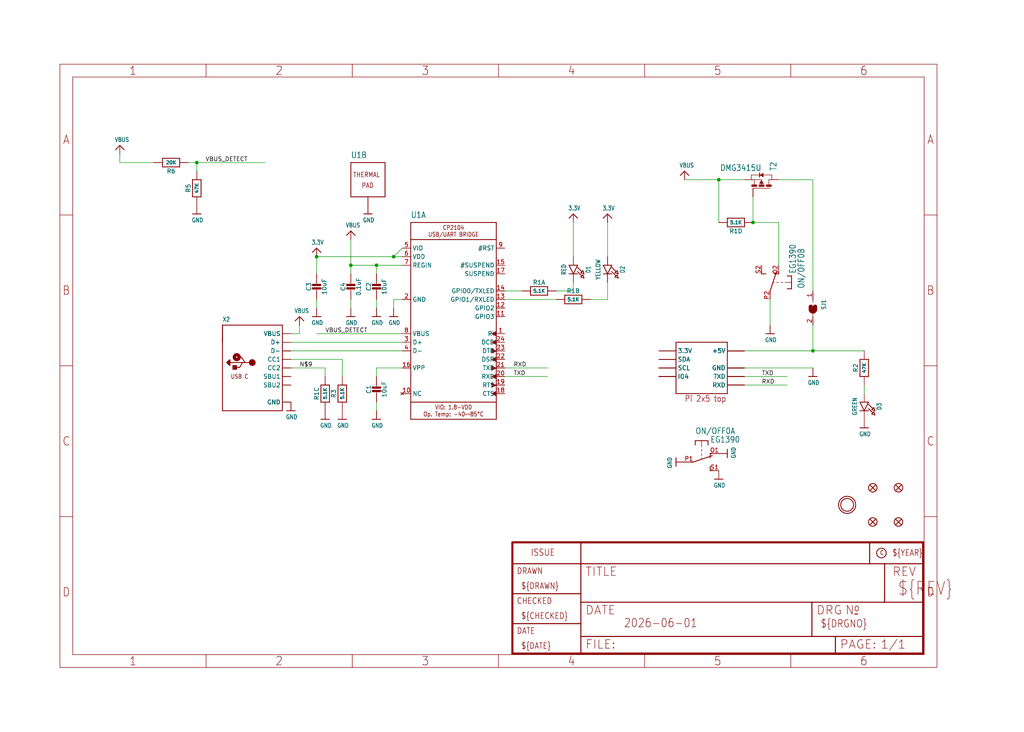
<source format=kicad_sch>
(kicad_sch (version 20230121) (generator eeschema)
  (paper "User" 303.962 217.322)
  (lib_symbols
    (symbol "working-eagle-import:3.3V" (power)
      (property "Value" "3.3V" (at -1.524 1.016 0))
      (symbol "3.3V_1_0"
        (polyline (pts (xy -1.27 -1.27) (xy 0 0)) (stroke (width 0.254)))
        (polyline (pts (xy 0 0) (xy 1.27 -1.27)) (stroke (width 0.254)))
        (pin power_in line (at 0 -2.54 90) (length 2.54) (name "3.3V") (number "1"))
      )
    )
    (symbol "working-eagle-import:CAP_CERAMIC0603_NO"
      (property "Reference" "C" (at -2.29 1.25 90))
      (symbol "CAP_CERAMIC0603_NO_1_0"
        (rectangle (start -1.27 0.508) (end 1.27 1.016) (fill (type outline)))
        (rectangle (start -1.27 1.524) (end 1.27 2.032) (fill (type outline)))
        (polyline (pts (xy 0 0.762) (xy 0 0)) (stroke (width 0.1524)))
        (polyline (pts (xy 0 2.54) (xy 0 1.778)) (stroke (width 0.1524)))
        (pin passive line (at 0 5.08 270) (length 2.54) (name "1") (number "1"))
        (pin passive line (at 0 -2.54 90) (length 2.54) (name "2") (number "2"))
      )
    )
    (symbol "working-eagle-import:CAP_CERAMIC0805-NOOUTLINE"
      (property "Reference" "C" (at -2.29 1.25 90))
      (symbol "CAP_CERAMIC0805-NOOUTLINE_1_0"
        (rectangle (start -1.27 0.508) (end 1.27 1.016) (fill (type outline)))
        (rectangle (start -1.27 1.524) (end 1.27 2.032) (fill (type outline)))
        (polyline (pts (xy 0 0.762) (xy 0 0)) (stroke (width 0.1524)))
        (polyline (pts (xy 0 2.54) (xy 0 1.778)) (stroke (width 0.1524)))
        (pin passive line (at 0 5.08 270) (length 2.54) (name "1") (number "1"))
        (pin passive line (at 0 -2.54 90) (length 2.54) (name "2") (number "2"))
      )
    )
    (symbol "working-eagle-import:CP2104"
      (property "Reference" "U" (at -5.08 6.35 0))
      (symbol "CP2104_1_0"
        (polyline (pts (xy -12.7 -30.48) (xy 12.7 -30.48)) (stroke (width 0.254)))
        (polyline (pts (xy -12.7 -25.4) (xy -12.7 -30.48)) (stroke (width 0.254)))
        (polyline (pts (xy -12.7 -25.4) (xy -12.7 22.86)) (stroke (width 0.254)))
        (polyline (pts (xy -12.7 22.86) (xy -12.7 27.94)) (stroke (width 0.254)))
        (polyline (pts (xy -12.7 22.86) (xy 12.7 22.86)) (stroke (width 0.254)))
        (polyline (pts (xy -12.7 27.94) (xy 12.7 27.94)) (stroke (width 0.254)))
        (polyline (pts (xy 12.7 -30.48) (xy 12.7 -25.4)) (stroke (width 0.254)))
        (polyline (pts (xy 12.7 -25.4) (xy -12.7 -25.4)) (stroke (width 0.254)))
        (polyline (pts (xy 12.7 22.86) (xy 12.7 -25.4)) (stroke (width 0.254)))
        (polyline (pts (xy 12.7 27.94) (xy 12.7 22.86)) (stroke (width 0.254)))
        (polyline (pts (xy 11.43 -19.685) (xy 11.43 -20.955) (xy 12.7 -20.32)) (stroke (width 0.254)) (fill (type outline)))
        (polyline (pts (xy 11.43 -14.605) (xy 11.43 -15.875) (xy 12.7 -15.24)) (stroke (width 0.254)) (fill (type outline)))
        (polyline (pts (xy 11.43 -9.525) (xy 11.43 -10.795) (xy 12.7 -10.16)) (stroke (width 0.254)) (fill (type outline)))
        (polyline (pts (xy 12.7 -22.225) (xy 11.43 -22.86) (xy 12.7 -23.495)) (stroke (width 0.254)) (fill (type outline)))
        (polyline (pts (xy 12.7 -17.145) (xy 11.43 -17.78) (xy 12.7 -18.415)) (stroke (width 0.254)) (fill (type outline)))
        (polyline (pts (xy 12.7 -12.065) (xy 11.43 -12.7) (xy 12.7 -13.335)) (stroke (width 0.254)) (fill (type outline)))
        (polyline (pts (xy 12.7 -6.985) (xy 11.43 -7.62) (xy 12.7 -8.255)) (stroke (width 0.254)) (fill (type outline)))
        (polyline (pts (xy 12.7 -4.445) (xy 11.43 -5.08) (xy 12.7 -5.715)) (stroke (width 0.254)) (fill (type outline)))
        (text "CP2104\nUSB/UART BRIDGE" (at 0 25.4 0) (effects (font (size 1.27 1.0795))))
        (text "VIO: 1.8-VDD\nOp. Temp: -40~~85°C" (at 0 -27.94 0) (effects (font (size 1.27 1.0795))))
        (pin input line (at 15.24 -5.08 180) (length 2.54) (name "RI") (number "1"))
        (pin no_connect line (at -15.24 -22.86 0) (length 2.54) (name "NC") (number "10"))
        (pin bidirectional line (at 15.24 0 180) (length 2.54) (name "GPIO3") (number "11"))
        (pin bidirectional line (at 15.24 2.54 180) (length 2.54) (name "GPIO2") (number "12"))
        (pin bidirectional line (at 15.24 5.08 180) (length 2.54) (name "GPIO1/RXLED") (number "13"))
        (pin bidirectional line (at 15.24 7.62 180) (length 2.54) (name "GPIO0/TXLED") (number "14"))
        (pin output line (at 15.24 15.24 180) (length 2.54) (name "#SUSPEND") (number "15"))
        (pin bidirectional line (at -15.24 -15.24 0) (length 2.54) (name "VPP") (number "16"))
        (pin output line (at 15.24 12.7 180) (length 2.54) (name "SUSPEND") (number "17"))
        (pin input line (at 15.24 -22.86 180) (length 2.54) (name "CTS") (number "18"))
        (pin output line (at 15.24 -20.32 180) (length 2.54) (name "RTS") (number "19"))
        (pin power_in line (at -15.24 5.08 0) (length 2.54) (name "GND") (number "2"))
        (pin input line (at 15.24 -17.78 180) (length 2.54) (name "RXD") (number "20"))
        (pin output line (at 15.24 -15.24 180) (length 2.54) (name "TXD") (number "21"))
        (pin input line (at 15.24 -12.7 180) (length 2.54) (name "DSR") (number "22"))
        (pin output line (at 15.24 -10.16 180) (length 2.54) (name "DTR") (number "23"))
        (pin input line (at 15.24 -7.62 180) (length 2.54) (name "DCD") (number "24"))
        (pin bidirectional line (at -15.24 -7.62 0) (length 2.54) (name "D+") (number "3"))
        (pin bidirectional line (at -15.24 -10.16 0) (length 2.54) (name "D-") (number "4"))
        (pin power_in line (at -15.24 20.32 0) (length 2.54) (name "VIO") (number "5"))
        (pin power_in line (at -15.24 17.78 0) (length 2.54) (name "VDD") (number "6"))
        (pin power_in line (at -15.24 15.24 0) (length 2.54) (name "REGIN") (number "7"))
        (pin power_in line (at -15.24 -5.08 0) (length 2.54) (name "VBUS") (number "8"))
        (pin bidirectional line (at 15.24 20.32 180) (length 2.54) (name "#RST") (number "9"))
      )
      (symbol "CP2104_2_0"
        (polyline (pts (xy -5.08 -5.08) (xy -5.08 5.08)) (stroke (width 0.254)))
        (polyline (pts (xy -5.08 5.08) (xy 5.08 5.08)) (stroke (width 0.254)))
        (polyline (pts (xy 5.08 -5.08) (xy -5.08 -5.08)) (stroke (width 0.254)))
        (polyline (pts (xy 5.08 5.08) (xy 5.08 -5.08)) (stroke (width 0.254)))
        (text "PAD" (at -1.905 -2.54 0) (effects (font (size 1.4224 1.209)) (justify left bottom)))
        (text "THERMAL" (at -4.445 0.635 0) (effects (font (size 1.4224 1.209)) (justify left bottom)))
        (pin power_in line (at 0 -7.62 90) (length 2.54) (name "TP") (number "THERM"))
      )
    )
    (symbol "working-eagle-import:DPDT-EG1390"
      (property "Reference" "SW" (at -8.255 -1.905 90))
      (symbol "DPDT-EG1390_1_0"
        (polyline (pts (xy -6.35 -1.905) (xy -5.08 -1.905)) (stroke (width 0.254)))
        (polyline (pts (xy -6.35 0) (xy -6.35 -1.905)) (stroke (width 0.254)))
        (polyline (pts (xy -6.35 0) (xy -4.445 0)) (stroke (width 0.1524)))
        (polyline (pts (xy -6.35 1.905) (xy -6.35 0)) (stroke (width 0.254)))
        (polyline (pts (xy -6.35 1.905) (xy -5.08 1.905)) (stroke (width 0.254)))
        (polyline (pts (xy -3.175 0) (xy -3.81 0)) (stroke (width 0.1524)))
        (polyline (pts (xy -2.54 2.54) (xy -2.54 3.175)) (stroke (width 0.254)))
        (polyline (pts (xy -2.54 2.54) (xy -1.27 2.54)) (stroke (width 0.254)))
        (polyline (pts (xy -1.905 0) (xy -2.54 0)) (stroke (width 0.1524)))
        (polyline (pts (xy -0.889 0) (xy -1.27 0)) (stroke (width 0.1524)))
        (polyline (pts (xy 0 -3.175) (xy 0 -2.54)) (stroke (width 0.254)))
        (polyline (pts (xy 0 -2.54) (xy -1.905 3.175)) (stroke (width 0.254)))
        (polyline (pts (xy 1.27 2.54) (xy 2.54 2.54)) (stroke (width 0.254)))
        (polyline (pts (xy 2.54 2.54) (xy 2.54 3.175)) (stroke (width 0.254)))
        (pin passive line (at -2.54 5.08 270) (length 2.54) (name "O") (number "O1"))
        (pin passive line (at 0 -5.08 90) (length 2.54) (name "P") (number "P1"))
        (pin passive line (at 2.54 5.08 270) (length 2.54) (name "S") (number "S1"))
      )
      (symbol "DPDT-EG1390_2_0"
        (polyline (pts (xy -6.35 -1.905) (xy -5.08 -1.905)) (stroke (width 0.254)))
        (polyline (pts (xy -6.35 0) (xy -6.35 -1.905)) (stroke (width 0.254)))
        (polyline (pts (xy -6.35 0) (xy -4.445 0)) (stroke (width 0.1524)))
        (polyline (pts (xy -6.35 1.905) (xy -6.35 0)) (stroke (width 0.254)))
        (polyline (pts (xy -6.35 1.905) (xy -5.08 1.905)) (stroke (width 0.254)))
        (polyline (pts (xy -3.175 0) (xy -3.81 0)) (stroke (width 0.1524)))
        (polyline (pts (xy -2.54 2.54) (xy -2.54 3.175)) (stroke (width 0.254)))
        (polyline (pts (xy -2.54 2.54) (xy -1.27 2.54)) (stroke (width 0.254)))
        (polyline (pts (xy -1.905 0) (xy -2.54 0)) (stroke (width 0.1524)))
        (polyline (pts (xy -0.889 0) (xy -1.27 0)) (stroke (width 0.1524)))
        (polyline (pts (xy 0 -3.175) (xy 0 -2.54)) (stroke (width 0.254)))
        (polyline (pts (xy 0 -2.54) (xy -1.905 3.175)) (stroke (width 0.254)))
        (polyline (pts (xy 1.27 2.54) (xy 2.54 2.54)) (stroke (width 0.254)))
        (polyline (pts (xy 2.54 2.54) (xy 2.54 3.175)) (stroke (width 0.254)))
        (pin passive line (at -2.54 5.08 270) (length 2.54) (name "O") (number "O2"))
        (pin passive line (at 0 -5.08 90) (length 2.54) (name "P") (number "P2"))
        (pin passive line (at 2.54 5.08 270) (length 2.54) (name "S") (number "S2"))
      )
    )
    (symbol "working-eagle-import:FIDUCIAL_1MM"
      (symbol "FIDUCIAL_1MM_1_0"
        (polyline (pts (xy -0.762 0.762) (xy 0.762 -0.762)) (stroke (width 0.254)))
        (polyline (pts (xy 0.762 0.762) (xy -0.762 -0.762)) (stroke (width 0.254)))
        (circle (center 0 0) (radius 1.27) (stroke (width 0.254)))
      )
    )
    (symbol "working-eagle-import:FRAME_A4"
      (symbol "FRAME_A4_1_0"
        (polyline (pts (xy 0 44.7675) (xy 3.81 44.7675)))
        (polyline (pts (xy 0 89.535) (xy 3.81 89.535)))
        (polyline (pts (xy 0 134.3025) (xy 3.81 134.3025)))
        (polyline (pts (xy 3.81 3.81) (xy 3.81 175.26)))
        (polyline (pts (xy 43.3917 0) (xy 43.3917 3.81)))
        (polyline (pts (xy 43.3917 175.26) (xy 43.3917 179.07)))
        (polyline (pts (xy 86.7833 0) (xy 86.7833 3.81)))
        (polyline (pts (xy 86.7833 175.26) (xy 86.7833 179.07)))
        (polyline (pts (xy 130.175 0) (xy 130.175 3.81)))
        (polyline (pts (xy 130.175 175.26) (xy 130.175 179.07)))
        (polyline (pts (xy 173.5667 0) (xy 173.5667 3.81)))
        (polyline (pts (xy 173.5667 175.26) (xy 173.5667 179.07)))
        (polyline (pts (xy 216.9583 0) (xy 216.9583 3.81)))
        (polyline (pts (xy 216.9583 175.26) (xy 216.9583 179.07)))
        (polyline (pts (xy 256.54 3.81) (xy 3.81 3.81)))
        (polyline (pts (xy 256.54 3.81) (xy 256.54 8.89)) (stroke (width 0.1016)))
        (polyline (pts (xy 256.54 3.81) (xy 256.54 175.26)))
        (polyline (pts (xy 256.54 8.89) (xy 256.54 13.97)) (stroke (width 0.1016)))
        (polyline (pts (xy 256.54 13.97) (xy 256.54 19.05)) (stroke (width 0.1016)))
        (polyline (pts (xy 256.54 19.05) (xy 256.54 36.83)) (stroke (width 0.1016)))
        (polyline (pts (xy 256.54 44.7675) (xy 260.35 44.7675)))
        (polyline (pts (xy 256.54 89.535) (xy 260.35 89.535)))
        (polyline (pts (xy 256.54 134.3025) (xy 260.35 134.3025)))
        (polyline (pts (xy 256.54 175.26) (xy 3.81 175.26)))
        (polyline (pts (xy 0 0) (xy 260.35 0) (xy 260.35 179.07) (xy 0 179.07) (xy 0 0)))
        (text "1" (at 21.6958 1.905 0) (effects (font (size 2.54 2.286))))
        (text "1" (at 21.6958 177.165 0) (effects (font (size 2.54 2.286))))
        (text "2" (at 65.0875 1.905 0) (effects (font (size 2.54 2.286))))
        (text "2" (at 65.0875 177.165 0) (effects (font (size 2.54 2.286))))
        (text "3" (at 108.4792 1.905 0) (effects (font (size 2.54 2.286))))
        (text "3" (at 108.4792 177.165 0) (effects (font (size 2.54 2.286))))
        (text "4" (at 151.8708 1.905 0) (effects (font (size 2.54 2.286))))
        (text "4" (at 151.8708 177.165 0) (effects (font (size 2.54 2.286))))
        (text "5" (at 195.2625 1.905 0) (effects (font (size 2.54 2.286))))
        (text "5" (at 195.2625 177.165 0) (effects (font (size 2.54 2.286))))
        (text "6" (at 238.6542 1.905 0) (effects (font (size 2.54 2.286))))
        (text "6" (at 238.6542 177.165 0) (effects (font (size 2.54 2.286))))
        (text "A" (at 1.905 156.6863 0) (effects (font (size 2.54 2.286))))
        (text "A" (at 258.445 156.6863 0) (effects (font (size 2.54 2.286))))
        (text "B" (at 1.905 111.9188 0) (effects (font (size 2.54 2.286))))
        (text "B" (at 258.445 111.9188 0) (effects (font (size 2.54 2.286))))
        (text "C" (at 1.905 67.1513 0) (effects (font (size 2.54 2.286))))
        (text "C" (at 258.445 67.1513 0) (effects (font (size 2.54 2.286))))
        (text "D" (at 1.905 22.3838 0) (effects (font (size 2.54 2.286))))
        (text "D" (at 258.445 22.3838 0) (effects (font (size 2.54 2.286))))
      )
      (symbol "FRAME_A4_2_0"
        (polyline (pts (xy -0.3048 1.5748) (xy 20.0152 1.5748)) (stroke (width 0.6096)))
        (polyline (pts (xy -0.3048 10.4648) (xy -0.3048 1.5748)) (stroke (width 0.6096)))
        (polyline (pts (xy -0.3048 10.4648) (xy 20.0152 10.4648)) (stroke (width 0.3048)))
        (polyline (pts (xy -0.3048 19.3548) (xy -0.3048 10.4648)) (stroke (width 0.6096)))
        (polyline (pts (xy -0.3048 19.3548) (xy 20.0152 19.3548)) (stroke (width 0.3048)))
        (polyline (pts (xy -0.3048 28.2448) (xy -0.3048 19.3548)) (stroke (width 0.6096)))
        (polyline (pts (xy -0.3048 28.2448) (xy 20.0152 28.2448)) (stroke (width 0.3048)))
        (polyline (pts (xy -0.3048 34.5948) (xy -0.3048 28.2448)) (stroke (width 0.6096)))
        (polyline (pts (xy 20.0152 1.5748) (xy 20.0152 6.6548)) (stroke (width 0.3048)))
        (polyline (pts (xy 20.0152 1.5748) (xy 95.5802 1.5748)) (stroke (width 0.6096)))
        (polyline (pts (xy 20.0152 6.6548) (xy 20.0152 10.4648)) (stroke (width 0.3048)))
        (polyline (pts (xy 20.0152 6.6548) (xy 88.5952 6.6548)) (stroke (width 0.3048)))
        (polyline (pts (xy 20.0152 10.4648) (xy 20.0152 16.8148)) (stroke (width 0.3048)))
        (polyline (pts (xy 20.0152 16.8148) (xy 20.0152 19.3548)) (stroke (width 0.3048)))
        (polyline (pts (xy 20.0152 19.3548) (xy 20.0152 28.2448)) (stroke (width 0.3048)))
        (polyline (pts (xy 20.0152 28.2448) (xy 20.0152 34.5948)) (stroke (width 0.3048)))
        (polyline (pts (xy 20.0152 28.2448) (xy 105.7402 28.2448)) (stroke (width 0.3048)))
        (polyline (pts (xy 20.0152 34.5948) (xy -0.3048 34.5948)) (stroke (width 0.6096)))
        (polyline (pts (xy 88.5952 6.6548) (xy 95.5802 6.6548)) (stroke (width 0.3048)))
        (polyline (pts (xy 88.5952 16.8148) (xy 20.0152 16.8148)) (stroke (width 0.3048)))
        (polyline (pts (xy 88.5952 16.8148) (xy 88.5952 6.6548)) (stroke (width 0.3048)))
        (polyline (pts (xy 95.5802 1.5748) (xy 121.6152 1.5748)) (stroke (width 0.6096)))
        (polyline (pts (xy 95.5802 6.6548) (xy 95.5802 1.5748)) (stroke (width 0.3048)))
        (polyline (pts (xy 95.5802 6.6548) (xy 121.6152 6.6548)) (stroke (width 0.3048)))
        (polyline (pts (xy 101.2952 13.3223) (xy 102.2477 13.3223)) (stroke (width 0.254)))
        (polyline (pts (xy 105.7402 28.2448) (xy 105.7402 34.5948)) (stroke (width 0.3048)))
        (polyline (pts (xy 105.7402 28.2448) (xy 110.1852 28.2448)) (stroke (width 0.3048)))
        (polyline (pts (xy 105.7402 34.5948) (xy 20.0152 34.5948)) (stroke (width 0.6096)))
        (polyline (pts (xy 110.1852 16.8148) (xy 88.5952 16.8148)) (stroke (width 0.3048)))
        (polyline (pts (xy 110.1852 28.2448) (xy 110.1852 16.8148)) (stroke (width 0.3048)))
        (polyline (pts (xy 110.1852 28.2448) (xy 121.6152 28.2448)) (stroke (width 0.3048)))
        (polyline (pts (xy 121.6152 6.6548) (xy 121.6152 1.5748)) (stroke (width 0.6096)))
        (polyline (pts (xy 121.6152 16.8148) (xy 110.1852 16.8148)) (stroke (width 0.3048)))
        (polyline (pts (xy 121.6152 16.8148) (xy 121.6152 6.6548)) (stroke (width 0.6096)))
        (polyline (pts (xy 121.6152 28.2448) (xy 121.6152 16.8148)) (stroke (width 0.6096)))
        (polyline (pts (xy 121.6152 34.5948) (xy 105.7402 34.5948)) (stroke (width 0.6096)))
        (polyline (pts (xy 121.6152 34.5948) (xy 121.6152 28.2448)) (stroke (width 0.6096)))
        (circle (center 109.2327 31.4198) (radius 1.4199) (stroke (width 0.254)))
        (text "${#}/${##}" (at 108.9152 2.8448 0) (effects (font (size 2.54 2.54)) (justify left bottom)))
        (text "${CHECKED}" (at 2.2352 11.7348 0) (effects (font (size 1.778 1.5113)) (justify left bottom)))
        (text "${COMPANY}" (at 23.349 29.6735 0) (effects (font (size 3.175 2.6987) (thickness 0.5397) bold) (justify left bottom)))
        (text "${CURRENT_DATE}" (at 32.7152 9.1948 0) (effects (font (size 2.54 2.159)) (justify left bottom)))
        (text "${DATE}" (at 2.2352 2.8448 0) (effects (font (size 1.778 1.5113)) (justify left bottom)))
        (text "${DRAWN}" (at 2.2352 20.6248 0) (effects (font (size 1.778 1.5113)) (justify left bottom)))
        (text "${DRGNO}" (at 91.1352 9.1948 0) (effects (font (size 2.1844 1.8567)) (justify left bottom)))
        (text "${PROJECTNAME}" (at 33.0327 2.8448 0) (effects (font (size 2.54 2.159)) (justify left bottom)))
        (text "${REV}" (at 113.9952 18.7198 0) (effects (font (size 3.81 3.2385)) (justify left bottom)))
        (text "${YEAR}" (at 112.4077 30.4673 0) (effects (font (size 1.778 1.5113)) (justify left bottom)))
        (text "C" (at 108.7564 30.7848 0) (effects (font (size 1.27 1.0795)) (justify left bottom)))
        (text "CHECKED" (at 0.9652 16.1798 0) (effects (font (size 1.778 1.5113)) (justify left bottom)))
        (text "DATE" (at 0.9652 7.2898 0) (effects (font (size 1.778 1.5113)) (justify left bottom)))
        (text "DATE" (at 21.2852 13.0048 0) (effects (font (size 2.54 2.54)) (justify left bottom)))
        (text "DRAWN" (at 0.9652 25.0698 0) (effects (font (size 1.778 1.5113)) (justify left bottom)))
        (text "DRG" (at 89.8652 13.0048 0) (effects (font (size 2.54 2.54)) (justify left bottom)))
        (text "FILE:" (at 21.2852 2.8448 0) (effects (font (size 2.54 2.54)) (justify left bottom)))
        (text "ISSUE" (at 5.0927 30.4673 0) (effects (font (size 1.9304 1.6408)) (justify left bottom)))
        (text "N" (at 98.4377 13.0048 0) (effects (font (size 2.54 2.54)) (justify left bottom)))
        (text "o" (at 100.9777 13.9573 0) (effects (font (size 2.1844 1.8567)) (justify left bottom)))
        (text "PAGE:" (at 96.8502 2.8448 0) (effects (font (size 2.54 2.54)) (justify left bottom)))
        (text "REV" (at 112.4077 24.4348 0) (effects (font (size 2.54 2.54)) (justify left bottom)))
        (text "TITLE" (at 21.2852 24.4348 0) (effects (font (size 2.54 2.54)) (justify left bottom)))
      )
    )
    (symbol "working-eagle-import:GND" (power)
      (property "Value" "GND" (at -1.524 -2.54 0))
      (symbol "GND_1_0"
        (polyline (pts (xy -1.27 0) (xy 1.27 0)) (stroke (width 0.254)))
        (pin power_in line (at 0 2.54 270) (length 2.54) (name "GND") (number "1"))
      )
    )
    (symbol "working-eagle-import:LED0603_NOOUTLINE"
      (property "Reference" "D" (at -1.27 4.445 0))
      (symbol "LED0603_NOOUTLINE_1_0"
        (polyline (pts (xy -2.54 -1.27) (xy 0 0)) (stroke (width 0.254)))
        (polyline (pts (xy -2.54 1.27) (xy -2.54 -1.27)) (stroke (width 0.254)))
        (polyline (pts (xy -1.905 1.27) (xy -0.635 2.54)) (stroke (width 0.254)))
        (polyline (pts (xy -0.9525 2.8575) (xy -0.3175 2.2225)) (stroke (width 0.254)))
        (polyline (pts (xy -0.635 1.27) (xy 0.635 2.54)) (stroke (width 0.254)))
        (polyline (pts (xy -0.3175 2.2225) (xy 0 3.175)) (stroke (width 0.254)))
        (polyline (pts (xy 0 0) (xy -2.54 1.27)) (stroke (width 0.254)))
        (polyline (pts (xy 0 0) (xy 0 -1.27)) (stroke (width 0.254)))
        (polyline (pts (xy 0 1.27) (xy 0 0)) (stroke (width 0.254)))
        (polyline (pts (xy 0 3.175) (xy -0.9525 2.8575)) (stroke (width 0.254)))
        (polyline (pts (xy 0.3175 2.8575) (xy 0.9525 2.2225)) (stroke (width 0.254)))
        (polyline (pts (xy 0.9525 2.2225) (xy 1.27 3.175)) (stroke (width 0.254)))
        (polyline (pts (xy 1.27 3.175) (xy 0.3175 2.8575)) (stroke (width 0.254)))
        (pin passive line (at -5.08 0 0) (length 2.54) (name "A") (number "A"))
        (pin passive line (at 2.54 0 180) (length 2.54) (name "C") (number "C"))
      )
    )
    (symbol "working-eagle-import:MOUNTINGHOLE3.0THIN"
      (symbol "MOUNTINGHOLE3.0THIN_1_0"
        (circle (center 0 0) (radius 1.905) (stroke (width 0.254)))
        (circle (center 0 0) (radius 2.54) (stroke (width 0.254)))
      )
    )
    (symbol "working-eagle-import:PMOSSOT23"
      (property "Reference" "T" (at 2.54 2.54 0))
      (symbol "PMOSSOT23_1_0"
        (rectangle (start -2.032 -2.921) (end -1.524 -1.397) (fill (type outline)))
        (rectangle (start -2.032 -0.762) (end -1.524 0.762) (fill (type outline)))
        (rectangle (start -2.032 1.397) (end -1.524 2.921) (fill (type outline)))
        (polyline (pts (xy -2.54 -2.54) (xy -2.54 2.54)) (stroke (width 0.1524)))
        (polyline (pts (xy -1.651 0) (xy 0 0)) (stroke (width 0.1524)))
        (polyline (pts (xy -1.524 -2.159) (xy 0 -2.159)) (stroke (width 0.1524)))
        (polyline (pts (xy -1.524 2.159) (xy 0 2.159)) (stroke (width 0.1524)))
        (polyline (pts (xy 0 -2.159) (xy 0 -2.54)) (stroke (width 0.1524)))
        (polyline (pts (xy 0 0) (xy 0 -2.159)) (stroke (width 0.1524)))
        (polyline (pts (xy 0 2.159) (xy 0 2.54)) (stroke (width 0.1524)))
        (polyline (pts (xy 0 3.048) (xy 1.397 3.048)) (stroke (width 0.1524)))
        (polyline (pts (xy 1.397 -3.048) (xy 0 -3.048)) (stroke (width 0.1524)))
        (polyline (pts (xy 1.397 -0.508) (xy 1.397 -3.048)) (stroke (width 0.1524)))
        (polyline (pts (xy 1.397 3.048) (xy 1.397 0.381)) (stroke (width 0.1524)))
        (polyline (pts (xy -0.127 0) (xy -1.143 -0.635) (xy -1.143 0.635)) (stroke (width 0.1016)) (fill (type outline)))
        (polyline (pts (xy 1.397 -0.508) (xy 0.762 0.508) (xy 2.032 0.508)) (stroke (width 0.1016)) (fill (type outline)))
        (rectangle (start 0.762 -0.635) (end 2.032 -0.508) (fill (type outline)))
        (pin passive line (at 0 5.08 270) (length 2.54) (name "D") (number "1"))
        (pin passive line (at 0 -5.08 90) (length 2.54) (name "S") (number "2"))
        (pin passive line (at -5.08 -2.54 0) (length 2.54) (name "G") (number "3"))
      )
    )
    (symbol "working-eagle-import:RASPBERRYPI_2X5"
      (symbol "RASPBERRYPI_2X5_1_0"
        (polyline (pts (xy -7.62 -7.62) (xy -7.62 7.62)) (stroke (width 0.254)))
        (polyline (pts (xy -7.62 7.62) (xy 7.62 7.62)) (stroke (width 0.254)))
        (polyline (pts (xy 7.62 -7.62) (xy -7.62 -7.62)) (stroke (width 0.254)))
        (polyline (pts (xy 7.62 7.62) (xy 7.62 -7.62)) (stroke (width 0.254)))
        (text "Pi 2x5 top" (at -5.08 -10.16 0) (effects (font (size 1.778 1.5113)) (justify left bottom)))
        (pin bidirectional line (at -12.7 5.08 0) (length 5.08) (name "3.3V") (number "1"))
        (pin bidirectional line (at -12.7 5.08 0) (length 5.08) (name "3.3V") (number "1'"))
        (pin input line (at 12.7 -5.08 180) (length 5.08) (name "RXD") (number "10"))
        (pin input line (at 12.7 -5.08 180) (length 5.08) (name "RXD") (number "10'"))
        (pin bidirectional line (at 12.7 5.08 180) (length 5.08) (name "+5V") (number "2"))
        (pin bidirectional line (at 12.7 5.08 180) (length 5.08) (name "+5V") (number "2'"))
        (pin bidirectional line (at -12.7 2.54 0) (length 5.08) (name "SDA") (number "3"))
        (pin bidirectional line (at -12.7 2.54 0) (length 5.08) (name "SDA") (number "3'"))
        (pin bidirectional line (at 12.7 5.08 180) (length 5.08) (name "+5V") (number "4"))
        (pin bidirectional line (at 12.7 5.08 180) (length 5.08) (name "+5V") (number "4'"))
        (pin bidirectional line (at -12.7 -2.54 0) (length 5.08) (name "IO4") (number "5"))
        (pin bidirectional line (at -12.7 -2.54 0) (length 5.08) (name "IO4") (number "5'"))
        (pin power_in line (at 12.7 0 180) (length 5.08) (name "GND") (number "6"))
        (pin power_in line (at 12.7 0 180) (length 5.08) (name "GND") (number "6'"))
        (pin bidirectional line (at -12.7 0 0) (length 5.08) (name "SCL") (number "7"))
        (pin bidirectional line (at -12.7 0 0) (length 5.08) (name "SCL") (number "7'"))
        (pin output line (at 12.7 -2.54 180) (length 5.08) (name "TXD") (number "8"))
        (pin output line (at 12.7 -2.54 180) (length 5.08) (name "TXD") (number "8'"))
        (pin power_in line (at 12.7 0 180) (length 5.08) (name "GND") (number "9"))
        (pin power_in line (at 12.7 0 180) (length 5.08) (name "GND") (number "9'"))
      )
    )
    (symbol "working-eagle-import:RESISTOR_0603_NOOUT"
      (property "Reference" "R" (at 0 2.54 0))
      (symbol "RESISTOR_0603_NOOUT_1_0"
        (polyline (pts (xy -2.54 -1.27) (xy -2.54 1.27)) (stroke (width 0.254)))
        (polyline (pts (xy -2.54 1.27) (xy 2.54 1.27)) (stroke (width 0.254)))
        (polyline (pts (xy 2.54 -1.27) (xy -2.54 -1.27)) (stroke (width 0.254)))
        (polyline (pts (xy 2.54 1.27) (xy 2.54 -1.27)) (stroke (width 0.254)))
        (pin passive line (at -5.08 0 0) (length 2.54) (name "1") (number "1"))
        (pin passive line (at 5.08 0 180) (length 2.54) (name "2") (number "2"))
      )
    )
    (symbol "working-eagle-import:RESISTOR_4PACK"
      (property "Reference" "R" (at 0 2.54 0))
      (symbol "RESISTOR_4PACK_1_0"
        (polyline (pts (xy -2.54 -1.27) (xy -2.54 1.27)) (stroke (width 0.254)))
        (polyline (pts (xy -2.54 1.27) (xy 2.54 1.27)) (stroke (width 0.254)))
        (polyline (pts (xy 2.54 -1.27) (xy -2.54 -1.27)) (stroke (width 0.254)))
        (polyline (pts (xy 2.54 1.27) (xy 2.54 -1.27)) (stroke (width 0.254)))
        (pin passive line (at -5.08 0 0) (length 2.54) (name "1") (number "1"))
        (pin passive line (at 5.08 0 180) (length 2.54) (name "2") (number "8"))
      )
      (symbol "RESISTOR_4PACK_2_0"
        (polyline (pts (xy -2.54 -1.27) (xy -2.54 1.27)) (stroke (width 0.254)))
        (polyline (pts (xy -2.54 1.27) (xy 2.54 1.27)) (stroke (width 0.254)))
        (polyline (pts (xy 2.54 -1.27) (xy -2.54 -1.27)) (stroke (width 0.254)))
        (polyline (pts (xy 2.54 1.27) (xy 2.54 -1.27)) (stroke (width 0.254)))
        (pin passive line (at -5.08 0 0) (length 2.54) (name "1") (number "2"))
        (pin passive line (at 5.08 0 180) (length 2.54) (name "2") (number "7"))
      )
      (symbol "RESISTOR_4PACK_3_0"
        (polyline (pts (xy -2.54 -1.27) (xy -2.54 1.27)) (stroke (width 0.254)))
        (polyline (pts (xy -2.54 1.27) (xy 2.54 1.27)) (stroke (width 0.254)))
        (polyline (pts (xy 2.54 -1.27) (xy -2.54 -1.27)) (stroke (width 0.254)))
        (polyline (pts (xy 2.54 1.27) (xy 2.54 -1.27)) (stroke (width 0.254)))
        (pin passive line (at -5.08 0 0) (length 2.54) (name "1") (number "3"))
        (pin passive line (at 5.08 0 180) (length 2.54) (name "2") (number "6"))
      )
      (symbol "RESISTOR_4PACK_4_0"
        (polyline (pts (xy -2.54 -1.27) (xy -2.54 1.27)) (stroke (width 0.254)))
        (polyline (pts (xy -2.54 1.27) (xy 2.54 1.27)) (stroke (width 0.254)))
        (polyline (pts (xy 2.54 -1.27) (xy -2.54 -1.27)) (stroke (width 0.254)))
        (polyline (pts (xy 2.54 1.27) (xy 2.54 -1.27)) (stroke (width 0.254)))
        (pin passive line (at -5.08 0 0) (length 2.54) (name "1") (number "4"))
        (pin passive line (at 5.08 0 180) (length 2.54) (name "2") (number "5"))
      )
    )
    (symbol "working-eagle-import:SOLDERJUMPERCLOSED"
      (property "Reference" "SJ" (at -2.54 2.54 0))
      (symbol "SOLDERJUMPERCLOSED_1_0"
        (arc (start -0.381 -0.635) (mid 0.2541 -0.0001) (end -0.3808 0.635) (stroke (width 1.27)))
        (polyline (pts (xy -2.54 0) (xy -1.651 0)) (stroke (width 0.1524)))
        (polyline (pts (xy 2.54 0) (xy 1.651 0)) (stroke (width 0.1524)))
        (arc (start 0.3808 -0.635) (mid 1.0132 -0.0001) (end 0.381 0.635) (stroke (width 1.27)))
        (pin passive line (at -5.08 0 0) (length 2.54) (name "1") (number "1"))
        (pin passive line (at 5.08 0 180) (length 2.54) (name "2") (number "2"))
      )
    )
    (symbol "working-eagle-import:USB_C"
      (property "Reference" "X" (at -10.16 13.716 0))
      (symbol "USB_C_1_0"
        (rectangle (start -7.12 -0.45) (end -5.92 0.75) (fill (type outline)))
        (circle (center -5.92 3.2) (radius 0.2) (stroke (width 1)))
        (circle (center -1.32 1.6) (radius 0.5) (stroke (width 1)))
        (polyline (pts (xy -10.2 7.62) (xy -10.16 12.7)) (stroke (width 0.254)))
        (polyline (pts (xy -10.16 -12.7) (xy 7.62 -12.7)) (stroke (width 0.254)))
        (polyline (pts (xy -10.16 12.7) (xy -10.16 -12.7)) (stroke (width 0.254)))
        (polyline (pts (xy -10.16 12.7) (xy 7.62 12.7)) (stroke (width 0.254)))
        (polyline (pts (xy -8.92 1.6) (xy -8.12 2.4)) (stroke (width 0.254)))
        (polyline (pts (xy -8.52 1.4) (xy -8.32 1.2)) (stroke (width 0.254)))
        (polyline (pts (xy -8.52 1.6) (xy -8.52 1.4)) (stroke (width 0.254)))
        (polyline (pts (xy -8.32 1.2) (xy -8.32 2)) (stroke (width 0.254)))
        (polyline (pts (xy -8.32 2) (xy -8.72 1.6)) (stroke (width 0.254)))
        (polyline (pts (xy -8.12 0.8) (xy -8.92 1.6)) (stroke (width 0.254)))
        (polyline (pts (xy -8.12 1) (xy -8.12 2.4)) (stroke (width 0.254)))
        (polyline (pts (xy -8.12 2.4) (xy -7.92 2.4)) (stroke (width 0.254)))
        (polyline (pts (xy -7.92 0.8) (xy -8.12 0.8)) (stroke (width 0.254)))
        (polyline (pts (xy -7.92 1.6) (xy -7.92 0.8)) (stroke (width 0.254)))
        (polyline (pts (xy -7.92 2.4) (xy -7.92 1.6)) (stroke (width 0.254)))
        (polyline (pts (xy -6.27 0.15) (xy -5.07 0.15)) (stroke (width 0.254)))
        (polyline (pts (xy -5.52 3.2) (xy -4.52 3.2)) (stroke (width 0.254)))
        (polyline (pts (xy -5.07 0.15) (xy -4.22 1.6)) (stroke (width 0.254)))
        (polyline (pts (xy -4.52 3.2) (xy -3.47 1.6)) (stroke (width 0.254)))
        (polyline (pts (xy -4.22 1.6) (xy -7.92 1.6)) (stroke (width 0.254)))
        (polyline (pts (xy -3.47 1.6) (xy -4.22 1.6)) (stroke (width 0.254)))
        (polyline (pts (xy -1.32 1.6) (xy -3.47 1.6)) (stroke (width 0.254)))
        (polyline (pts (xy 7.62 12.7) (xy 7.62 -12.7)) (stroke (width 0.254)))
        (text "USB C" (at -5.08 -2.54 0) (effects (font (size 1.27 1.0795))))
        (pin power_in line (at 10.16 -10.16 180) (length 2.54) (name "GND") (number "A1B12"))
        (pin power_in line (at 10.16 10.16 180) (length 2.54) (name "VBUS") (number "A4B9"))
        (pin bidirectional line (at 10.16 2.54 180) (length 2.54) (name "CC1") (number "A5"))
        (pin bidirectional line (at 10.16 7.62 180) (length 2.54) (name "D+") (number "A6"))
        (pin bidirectional line (at 10.16 5.08 180) (length 2.54) (name "D-") (number "A7"))
        (pin bidirectional line (at 10.16 -2.54 180) (length 2.54) (name "SBU1") (number "A8"))
        (pin power_in line (at 10.16 -10.16 180) (length 2.54) (name "GND") (number "B1A12"))
        (pin power_in line (at 10.16 10.16 180) (length 2.54) (name "VBUS") (number "B4A9"))
        (pin bidirectional line (at 10.16 0 180) (length 2.54) (name "CC2") (number "B5"))
        (pin bidirectional line (at 10.16 7.62 180) (length 2.54) (name "D+") (number "B6"))
        (pin bidirectional line (at 10.16 5.08 180) (length 2.54) (name "D-") (number "B7"))
        (pin bidirectional line (at 10.16 -5.08 180) (length 2.54) (name "SBU2") (number "B8"))
      )
    )
    (symbol "working-eagle-import:VBUS" (power)
      (property "Value" "VBUS" (at -1.524 1.016 0))
      (symbol "VBUS_1_0"
        (polyline (pts (xy -1.27 -1.27) (xy 0 0)) (stroke (width 0.254)))
        (polyline (pts (xy 0 0) (xy 1.27 -1.27)) (stroke (width 0.254)))
        (pin power_in line (at 0 -2.54 90) (length 2.54) (name "VBUS") (number "1"))
      )
    )
  )
  (junction (at 58.42 48.26))
  (junction (at 116.84 76.2))
  (junction (at 241.3 104.14))
  (junction (at 223.52 66.04))
  (junction (at 104.14 78.74))
  (junction (at 213.36 53.34))
  (junction (at 111.76 78.74))
  (junction (at 93.98 76.2))
  (wire (pts (xy 241.3 109.22) (xy 220.98 109.22)) (stroke (width 0.1524)))
  (wire (pts (xy 149.86 88.9) (xy 165.1 88.9)) (stroke (width 0.1524)))
  (wire (pts (xy 180.34 66.04) (xy 180.34 76.2)) (stroke (width 0.1524)))
  (wire (pts (xy 213.36 66.04) (xy 213.36 53.34)) (stroke (width 0.1524)))
  (wire (pts (xy 88.9 99.06) (xy 88.9 96.52)) (stroke (width 0.1524)))
  (wire (pts (xy 86.36 99.06) (xy 88.9 99.06)) (stroke (width 0.1524)))
  (wire (pts (xy 45.72 48.26) (xy 35.56 48.26)) (stroke (width 0.1524)))
  (wire (pts (xy 231.14 53.34) (xy 241.3 53.34)) (stroke (width 0.1524)))
  (wire (pts (xy 165.1 86.36) (xy 170.18 86.36)) (stroke (width 0.1524)))
  (wire (pts (xy 228.6 88.9) (xy 228.6 96.52)) (stroke (width 0.1524)))
  (wire (pts (xy 111.76 109.22) (xy 111.76 111.76)) (stroke (width 0.1524)))
  (wire (pts (xy 96.52 109.22) (xy 96.52 111.76)) (stroke (width 0.1524)))
  (wire (pts (xy 241.3 104.14) (xy 220.98 104.14)) (stroke (width 0.1524)))
  (wire (pts (xy 149.86 109.22) (xy 162.56 109.22)) (stroke (width 0.1524)))
  (wire (pts (xy 86.36 106.68) (xy 101.6 106.68)) (stroke (width 0.1524)))
  (wire (pts (xy 119.38 99.06) (xy 93.98 99.06)) (stroke (width 0.1524)))
  (wire (pts (xy 116.84 88.9) (xy 116.84 91.44)) (stroke (width 0.1524)))
  (wire (pts (xy 203.2 53.34) (xy 213.36 53.34)) (stroke (width 0.1524)))
  (wire (pts (xy 111.76 88.9) (xy 111.76 91.44)) (stroke (width 0.1524)))
  (wire (pts (xy 231.14 66.04) (xy 231.14 78.74)) (stroke (width 0.1524)))
  (wire (pts (xy 86.36 104.14) (xy 119.38 104.14)) (stroke (width 0.1524)))
  (wire (pts (xy 111.76 119.38) (xy 111.76 121.92)) (stroke (width 0.1524)))
  (wire (pts (xy 93.98 88.9) (xy 93.98 91.44)) (stroke (width 0.1524)))
  (wire (pts (xy 78.74 48.26) (xy 58.42 48.26)) (stroke (width 0.1524)))
  (wire (pts (xy 93.98 76.2) (xy 93.98 81.28)) (stroke (width 0.1524)))
  (wire (pts (xy 223.52 66.04) (xy 223.52 58.42)) (stroke (width 0.1524)))
  (wire (pts (xy 111.76 78.74) (xy 111.76 81.28)) (stroke (width 0.1524)))
  (wire (pts (xy 119.38 109.22) (xy 111.76 109.22)) (stroke (width 0.1524)))
  (wire (pts (xy 223.52 66.04) (xy 231.14 66.04)) (stroke (width 0.1524)))
  (wire (pts (xy 104.14 78.74) (xy 104.14 81.28)) (stroke (width 0.1524)))
  (wire (pts (xy 101.6 106.68) (xy 101.6 111.76)) (stroke (width 0.1524)))
  (wire (pts (xy 86.36 101.6) (xy 119.38 101.6)) (stroke (width 0.1524)))
  (wire (pts (xy 58.42 48.26) (xy 55.88 48.26)) (stroke (width 0.1524)))
  (wire (pts (xy 149.86 86.36) (xy 154.94 86.36)) (stroke (width 0.1524)))
  (wire (pts (xy 220.98 111.76) (xy 233.68 111.76)) (stroke (width 0.1524)))
  (wire (pts (xy 86.36 109.22) (xy 96.52 109.22)) (stroke (width 0.1524)))
  (wire (pts (xy 213.36 53.34) (xy 220.98 53.34)) (stroke (width 0.1524)))
  (wire (pts (xy 256.54 116.84) (xy 256.54 114.3)) (stroke (width 0.1524)))
  (wire (pts (xy 119.38 78.74) (xy 111.76 78.74)) (stroke (width 0.1524)))
  (wire (pts (xy 111.76 78.74) (xy 104.14 78.74)) (stroke (width 0.1524)))
  (wire (pts (xy 104.14 88.9) (xy 104.14 91.44)) (stroke (width 0.1524)))
  (wire (pts (xy 162.56 111.76) (xy 149.86 111.76)) (stroke (width 0.1524)))
  (wire (pts (xy 233.68 114.3) (xy 220.98 114.3)) (stroke (width 0.1524)))
  (wire (pts (xy 58.42 48.26) (xy 58.42 50.8)) (stroke (width 0.1524)))
  (wire (pts (xy 170.18 86.36) (xy 170.18 83.82)) (stroke (width 0.1524)))
  (wire (pts (xy 241.3 86.36) (xy 241.3 53.34)) (stroke (width 0.1524)))
  (wire (pts (xy 170.18 76.2) (xy 170.18 66.04)) (stroke (width 0.1524)))
  (wire (pts (xy 180.34 88.9) (xy 180.34 83.82)) (stroke (width 0.1524)))
  (wire (pts (xy 241.3 104.14) (xy 256.54 104.14)) (stroke (width 0.1524)))
  (wire (pts (xy 119.38 76.2) (xy 116.84 76.2)) (stroke (width 0.1524)))
  (wire (pts (xy 175.26 88.9) (xy 180.34 88.9)) (stroke (width 0.1524)))
  (wire (pts (xy 104.14 78.74) (xy 104.14 71.12)) (stroke (width 0.1524)))
  (wire (pts (xy 119.38 73.66) (xy 116.84 76.2)) (stroke (width 0.1524)))
  (wire (pts (xy 35.56 48.26) (xy 35.56 45.72)) (stroke (width 0.1524)))
  (wire (pts (xy 116.84 76.2) (xy 93.98 76.2)) (stroke (width 0.1524)))
  (wire (pts (xy 241.3 96.52) (xy 241.3 104.14)) (stroke (width 0.1524)))
  (wire (pts (xy 119.38 88.9) (xy 116.84 88.9)) (stroke (width 0.1524)))
  (label "TXD" (at 226.06 111.76 0) (effects (font (size 1.2446 1.2446))))
  (label "RXD" (at 152.4 109.22 0) (effects (font (size 1.2446 1.2446))))
  (label "VBUS_DETECT" (at 96.52 99.06 0) (effects (font (size 1.2446 1.2446))))
  (label "VBUS_DETECT" (at 60.96 48.26 0) (effects (font (size 1.2446 1.2446))))
  (label "RXD" (at 226.06 114.3 0) (effects (font (size 1.2446 1.2446))))
  (label "N$9" (at 88.9 109.22 0) (effects (font (size 1.2446 1.2446))))
  (label "TXD" (at 152.4 111.76 0) (effects (font (size 1.2446 1.2446))))
  (symbol (lib_id "working-eagle-import:GND") (at 200.66 137.16 270) (unit 1)
    (property "Reference" "#U$27" (effects hide))
    (property "Value" "GND" (at 198.12 135.636 0) (effects (font (size 1.27 1.0795)) (justify left bottom)))
  )
  (symbol (lib_id "working-eagle-import:RESISTOR_0603_NOOUT") (at 50.8 48.26 180) (unit 1)
    (property "Reference" "R6" (at 50.8 50.8 0))
    (property "Value" "20K" (at 50.8 48.26 0) (effects (font (size 1.016 1.016) bold)))
    (property "Footprint" "working:0603-NO" (effects hide))
  )
  (symbol (lib_id "working-eagle-import:GND") (at 215.9 134.62 90) (unit 1)
    (property "Reference" "#U$26" (effects hide))
    (property "Value" "GND" (at 218.44 136.144 0) (effects (font (size 1.27 1.0795)) (justify left bottom)))
  )
  (symbol (lib_id "working-eagle-import:CAP_CERAMIC0805-NOOUTLINE") (at 93.98 86.36 0) (unit 1)
    (property "Reference" "C3" (at 91.69 85.11 90))
    (property "Value" "10uF" (at 96.28 85.11 90))
    (property "Footprint" "working:0805-NO" (effects hide))
  )
  (symbol (lib_id "working-eagle-import:GND") (at 109.22 63.5 0) (unit 1)
    (property "Reference" "#U$20" (effects hide))
    (property "Value" "GND" (at 107.696 66.04 0) (effects (font (size 1.27 1.0795)) (justify left bottom)))
  )
  (symbol (lib_id "working-eagle-import:GND") (at 93.98 93.98 0) (unit 1)
    (property "Reference" "#U$6" (effects hide))
    (property "Value" "GND" (at 92.456 96.52 0) (effects (font (size 1.27 1.0795)) (justify left bottom)))
  )
  (symbol (lib_id "working-eagle-import:VBUS") (at 35.56 43.18 0) (unit 1)
    (property "Reference" "#U$25" (effects hide))
    (property "Value" "VBUS" (at 34.036 42.164 0) (effects (font (size 1.27 1.0795)) (justify left bottom)))
  )
  (symbol (lib_id "working-eagle-import:DPDT-EG1390") (at 228.6 83.82 0) (mirror y) (unit 2)
    (property "Reference" "ON/OFF0" (at 236.855 85.725 90) (effects (font (size 1.778 1.5113)) (justify left bottom)))
    (property "Value" "EG1390" (at 234.315 81.28 90) (effects (font (size 1.778 1.5113)) (justify left bottom)))
    (property "Footprint" "working:EG1390" (effects hide))
  )
  (symbol (lib_id "working-eagle-import:GND") (at 104.14 93.98 0) (unit 1)
    (property "Reference" "#U$21" (effects hide))
    (property "Value" "GND" (at 102.616 96.52 0) (effects (font (size 1.27 1.0795)) (justify left bottom)))
  )
  (symbol (lib_id "working-eagle-import:RESISTOR_4PACK") (at 96.52 116.84 90) (unit 3)
    (property "Reference" "R1" (at 93.98 116.84 0))
    (property "Value" "5.1K" (at 96.52 116.84 0) (effects (font (size 1.016 1.016) bold)))
    (property "Footprint" "working:RESPACK_4X0603" (effects hide))
  )
  (symbol (lib_id "working-eagle-import:CP2104") (at 109.22 53.34 0) (unit 2)
    (property "Reference" "U1" (at 104.14 46.99 0) (effects (font (size 1.778 1.5113)) (justify left bottom)))
    (property "Value" "CP2104" (effects hide))
    (property "Footprint" "working:QFN24_4MM_SMSC" (effects hide))
  )
  (symbol (lib_id "working-eagle-import:GND") (at 116.84 93.98 0) (unit 1)
    (property "Reference" "#U$2" (effects hide))
    (property "Value" "GND" (at 115.316 96.52 0) (effects (font (size 1.27 1.0795)) (justify left bottom)))
  )
  (symbol (lib_id "working-eagle-import:CAP_CERAMIC0805-NOOUTLINE") (at 111.76 86.36 0) (unit 1)
    (property "Reference" "C2" (at 109.47 85.11 90))
    (property "Value" "10uF" (at 114.06 85.11 90))
    (property "Footprint" "working:0805-NO" (effects hide))
  )
  (symbol (lib_id "working-eagle-import:CP2104") (at 134.62 93.98 0) (unit 1)
    (property "Reference" "U1" (at 121.92 64.77 0) (effects (font (size 1.778 1.5113)) (justify left bottom)))
    (property "Value" "CP2104" (effects hide))
    (property "Footprint" "working:QFN24_4MM_SMSC" (effects hide))
  )
  (symbol (lib_id "working-eagle-import:RESISTOR_0603_NOOUT") (at 58.42 55.88 90) (unit 1)
    (property "Reference" "R5" (at 55.88 55.88 0))
    (property "Value" "47K" (at 58.42 55.88 0) (effects (font (size 1.016 1.016) bold)))
    (property "Footprint" "working:0603-NO" (effects hide))
  )
  (symbol (lib_id "working-eagle-import:3.3V") (at 93.98 73.66 0) (unit 1)
    (property "Reference" "#U$7" (effects hide))
    (property "Value" "3.3V" (at 92.456 72.644 0) (effects (font (size 1.27 1.0795)) (justify left bottom)))
  )
  (symbol (lib_id "working-eagle-import:CAP_CERAMIC0805-NOOUTLINE") (at 111.76 116.84 0) (unit 1)
    (property "Reference" "C1" (at 109.47 115.59 90))
    (property "Value" "10uF" (at 114.06 115.59 90))
    (property "Footprint" "working:0805-NO" (effects hide))
  )
  (symbol (lib_id "working-eagle-import:RESISTOR_4PACK") (at 218.44 66.04 180) (unit 4)
    (property "Reference" "R1" (at 218.44 68.58 0))
    (property "Value" "5.1K" (at 218.44 66.04 0) (effects (font (size 1.016 1.016) bold)))
    (property "Footprint" "working:RESPACK_4X0603" (effects hide))
  )
  (symbol (lib_id "working-eagle-import:MOUNTINGHOLE3.0THIN") (at 251.46 149.86 0) (unit 1)
    (property "Reference" "U$18" (effects hide))
    (property "Value" "MOUNTINGHOLE3.0THIN" (effects hide))
    (property "Footprint" "working:MOUNTINGHOLE_3.0_PLATEDTHIN" (effects hide))
  )
  (symbol (lib_id "working-eagle-import:VBUS") (at 104.14 68.58 0) (unit 1)
    (property "Reference" "#U$22" (effects hide))
    (property "Value" "VBUS" (at 102.616 67.564 0) (effects (font (size 1.27 1.0795)) (justify left bottom)))
  )
  (symbol (lib_id "working-eagle-import:RESISTOR_4PACK") (at 170.18 88.9 0) (unit 2)
    (property "Reference" "R1" (at 170.18 86.36 0))
    (property "Value" "5.1K" (at 170.18 88.9 0) (effects (font (size 1.016 1.016) bold)))
    (property "Footprint" "working:RESPACK_4X0603" (effects hide))
  )
  (symbol (lib_id "working-eagle-import:RASPBERRYPI_2X5") (at 208.28 109.22 0) (unit 1)
    (property "Reference" "U$9" (effects hide))
    (property "Value" "RASPBERRYPI_2X5" (effects hide))
    (property "Footprint" "working:RASPBERRYPI_2X5_THMSMT" (effects hide))
  )
  (symbol (lib_id "working-eagle-import:RESISTOR_0603_NOOUT") (at 101.6 116.84 90) (unit 1)
    (property "Reference" "R3" (at 99.06 116.84 0))
    (property "Value" "5.1K" (at 101.6 116.84 0) (effects (font (size 1.016 1.016) bold)))
    (property "Footprint" "working:0603-NO" (effects hide))
  )
  (symbol (lib_id "working-eagle-import:FRAME_A4") (at 152.4 195.58 0) (unit 2)
    (property "Reference" "#FRAME1" (effects hide))
    (property "Value" "FRAME_A4" (effects hide))
  )
  (symbol (lib_id "working-eagle-import:GND") (at 228.6 99.06 0) (unit 1)
    (property "Reference" "#U$14" (effects hide))
    (property "Value" "GND" (at 227.076 101.6 0) (effects (font (size 1.27 1.0795)) (justify left bottom)))
  )
  (symbol (lib_id "working-eagle-import:CAP_CERAMIC0603_NO") (at 104.14 86.36 0) (unit 1)
    (property "Reference" "C4" (at 101.85 85.11 90))
    (property "Value" "0.1uF" (at 106.44 85.11 90))
    (property "Footprint" "working:0603-NO" (effects hide))
  )
  (symbol (lib_id "working-eagle-import:GND") (at 213.36 142.24 0) (unit 1)
    (property "Reference" "#U$16" (effects hide))
    (property "Value" "GND" (at 211.836 144.78 0) (effects (font (size 1.27 1.0795)) (justify left bottom)))
  )
  (symbol (lib_id "working-eagle-import:USB_C") (at 76.2 109.22 0) (unit 1)
    (property "Reference" "X2" (at 66.04 95.504 0) (effects (font (size 1.27 1.0795)) (justify left bottom)))
    (property "Value" "USB_C" (effects hide))
    (property "Footprint" "working:USB_C_CUSB31-CFM2AX-01-X" (effects hide))
  )
  (symbol (lib_id "working-eagle-import:FRAME_A4") (at 17.78 198.12 0) (unit 1)
    (property "Reference" "#FRAME1" (effects hide))
    (property "Value" "FRAME_A4" (effects hide))
  )
  (symbol (lib_id "working-eagle-import:3.3V") (at 180.34 63.5 0) (unit 1)
    (property "Reference" "#U$11" (effects hide))
    (property "Value" "3.3V" (at 178.816 62.484 0) (effects (font (size 1.27 1.0795)) (justify left bottom)))
  )
  (symbol (lib_id "working-eagle-import:LED0603_NOOUTLINE") (at 256.54 121.92 270) (unit 1)
    (property "Reference" "D3" (at 260.985 120.65 0) (effects (font (size 1.27 1.0795))))
    (property "Value" "GREEN" (at 253.746 120.65 0) (effects (font (size 1.27 1.0795))))
    (property "Footprint" "working:CHIPLED_0603_NOOUTLINE" (effects hide))
  )
  (symbol (lib_id "working-eagle-import:LED0603_NOOUTLINE") (at 170.18 81.28 270) (unit 1)
    (property "Reference" "D1" (at 174.625 80.01 0) (effects (font (size 1.27 1.0795))))
    (property "Value" "RED" (at 167.386 80.01 0) (effects (font (size 1.27 1.0795))))
    (property "Footprint" "working:CHIPLED_0603_NOOUTLINE" (effects hide))
  )
  (symbol (lib_id "working-eagle-import:FIDUCIAL_1MM") (at 266.7 144.78 0) (unit 1)
    (property "Reference" "FID4" (effects hide))
    (property "Value" "FIDUCIAL_1MM" (effects hide))
    (property "Footprint" "working:FIDUCIAL_1MM" (effects hide))
  )
  (symbol (lib_id "working-eagle-import:GND") (at 111.76 93.98 0) (unit 1)
    (property "Reference" "#U$4" (effects hide))
    (property "Value" "GND" (at 110.236 96.52 0) (effects (font (size 1.27 1.0795)) (justify left bottom)))
  )
  (symbol (lib_id "working-eagle-import:DPDT-EG1390") (at 208.28 137.16 270) (unit 1)
    (property "Reference" "ON/OFF0" (at 206.375 128.905 90) (effects (font (size 1.778 1.5113)) (justify left bottom)))
    (property "Value" "EG1390" (at 210.82 131.445 90) (effects (font (size 1.778 1.5113)) (justify left bottom)))
    (property "Footprint" "working:EG1390" (effects hide))
  )
  (symbol (lib_id "working-eagle-import:3.3V") (at 170.18 63.5 0) (unit 1)
    (property "Reference" "#U$10" (effects hide))
    (property "Value" "3.3V" (at 168.656 62.484 0) (effects (font (size 1.27 1.0795)) (justify left bottom)))
  )
  (symbol (lib_id "working-eagle-import:PMOSSOT23") (at 226.06 53.34 270) (mirror x) (unit 1)
    (property "Reference" "T2" (at 228.6 50.8 0) (effects (font (size 1.778 1.5113)) (justify left bottom)))
    (property "Value" "DMG3415U" (at 226.06 50.8 90) (effects (font (size 1.778 1.5113)) (justify right top)))
    (property "Footprint" "working:SOT-23" (effects hide))
  )
  (symbol (lib_id "working-eagle-import:GND") (at 96.52 124.46 0) (unit 1)
    (property "Reference" "#U$23" (effects hide))
    (property "Value" "GND" (at 94.996 127 0) (effects (font (size 1.27 1.0795)) (justify left bottom)))
  )
  (symbol (lib_id "working-eagle-import:FIDUCIAL_1MM") (at 266.7 154.94 0) (unit 1)
    (property "Reference" "FID2" (effects hide))
    (property "Value" "FIDUCIAL_1MM" (effects hide))
    (property "Footprint" "working:FIDUCIAL_1MM" (effects hide))
  )
  (symbol (lib_id "working-eagle-import:GND") (at 256.54 127 0) (unit 1)
    (property "Reference" "#U$15" (effects hide))
    (property "Value" "GND" (at 255.016 129.54 0) (effects (font (size 1.27 1.0795)) (justify left bottom)))
  )
  (symbol (lib_id "working-eagle-import:GND") (at 241.3 111.76 0) (unit 1)
    (property "Reference" "#U$12" (effects hide))
    (property "Value" "GND" (at 239.776 114.3 0) (effects (font (size 1.27 1.0795)) (justify left bottom)))
  )
  (symbol (lib_id "working-eagle-import:LED0603_NOOUTLINE") (at 180.34 81.28 270) (unit 1)
    (property "Reference" "D2" (at 184.785 80.01 0) (effects (font (size 1.27 1.0795))))
    (property "Value" "YELLOW" (at 177.546 80.01 0) (effects (font (size 1.27 1.0795))))
    (property "Footprint" "working:CHIPLED_0603_NOOUTLINE" (effects hide))
  )
  (symbol (lib_id "working-eagle-import:GND") (at 58.42 63.5 0) (unit 1)
    (property "Reference" "#U$1" (effects hide))
    (property "Value" "GND" (at 56.896 66.04 0) (effects (font (size 1.27 1.0795)) (justify left bottom)))
  )
  (symbol (lib_id "working-eagle-import:GND") (at 111.76 124.46 0) (unit 1)
    (property "Reference" "#U$3" (effects hide))
    (property "Value" "GND" (at 110.236 127 0) (effects (font (size 1.27 1.0795)) (justify left bottom)))
  )
  (symbol (lib_id "working-eagle-import:GND") (at 86.36 121.92 0) (unit 1)
    (property "Reference" "#U$19" (effects hide))
    (property "Value" "GND" (at 84.836 124.46 0) (effects (font (size 1.27 1.0795)) (justify left bottom)))
  )
  (symbol (lib_id "working-eagle-import:RESISTOR_4PACK") (at 160.02 86.36 0) (unit 1)
    (property "Reference" "R1" (at 160.02 83.82 0))
    (property "Value" "5.1K" (at 160.02 86.36 0) (effects (font (size 1.016 1.016) bold)))
    (property "Footprint" "working:RESPACK_4X0603" (effects hide))
  )
  (symbol (lib_id "working-eagle-import:FIDUCIAL_1MM") (at 259.08 154.94 0) (unit 1)
    (property "Reference" "FID1" (effects hide))
    (property "Value" "FIDUCIAL_1MM" (effects hide))
    (property "Footprint" "working:FIDUCIAL_1MM" (effects hide))
  )
  (symbol (lib_id "working-eagle-import:GND") (at 101.6 124.46 0) (unit 1)
    (property "Reference" "#U$24" (effects hide))
    (property "Value" "GND" (at 100.076 127 0) (effects (font (size 1.27 1.0795)) (justify left bottom)))
  )
  (symbol (lib_id "working-eagle-import:VBUS") (at 88.9 93.98 0) (unit 1)
    (property "Reference" "#U$5" (effects hide))
    (property "Value" "VBUS" (at 87.376 92.964 0) (effects (font (size 1.27 1.0795)) (justify left bottom)))
  )
  (symbol (lib_id "working-eagle-import:RESISTOR_0603_NOOUT") (at 256.54 109.22 90) (unit 1)
    (property "Reference" "R2" (at 254 109.22 0))
    (property "Value" "47K" (at 256.54 109.22 0) (effects (font (size 1.016 1.016) bold)))
    (property "Footprint" "working:0603-NO" (effects hide))
  )
  (symbol (lib_id "working-eagle-import:VBUS") (at 203.2 50.8 0) (unit 1)
    (property "Reference" "#U$13" (effects hide))
    (property "Value" "VBUS" (at 201.676 49.784 0) (effects (font (size 1.27 1.0795)) (justify left bottom)))
  )
  (symbol (lib_id "working-eagle-import:SOLDERJUMPERCLOSED") (at 241.3 91.44 270) (unit 1)
    (property "Reference" "SJ1" (at 243.84 88.9 0) (effects (font (size 1.27 1.0795)) (justify left bottom)))
    (property "Value" "SOLDERJUMPERCLOSED" (effects hide))
    (property "Footprint" "working:SOLDERJUMPER_CLOSEDWIRE" (effects hide))
  )
  (symbol (lib_id "working-eagle-import:FIDUCIAL_1MM") (at 259.08 144.78 0) (unit 1)
    (property "Reference" "FID3" (effects hide))
    (property "Value" "FIDUCIAL_1MM" (effects hide))
    (property "Footprint" "working:FIDUCIAL_1MM" (effects hide))
  )
)
</source>
